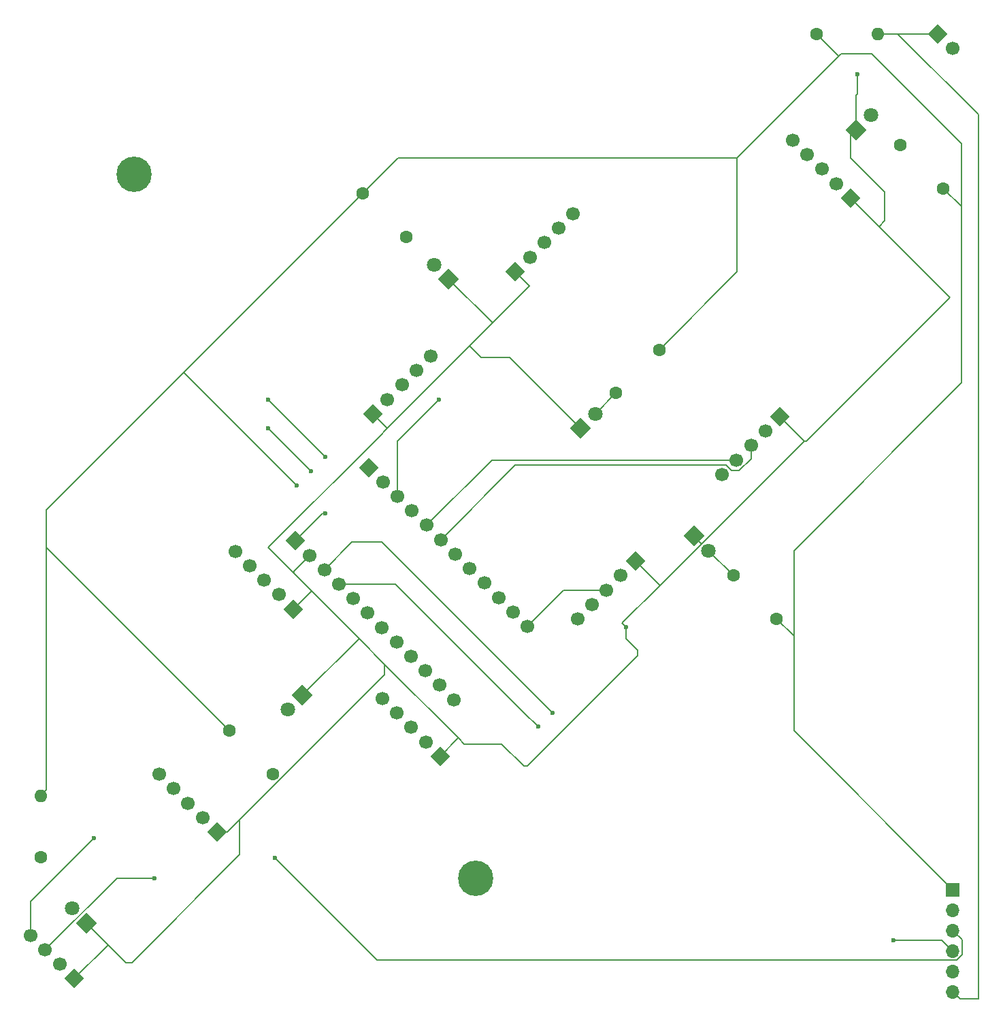
<source format=gbr>
%TF.GenerationSoftware,KiCad,Pcbnew,8.0.1*%
%TF.CreationDate,2024-04-24T16:38:57-04:00*%
%TF.ProjectId,RGBsensorBoard,52474273-656e-4736-9f72-426f6172642e,rev?*%
%TF.SameCoordinates,Original*%
%TF.FileFunction,Copper,L2,Bot*%
%TF.FilePolarity,Positive*%
%FSLAX46Y46*%
G04 Gerber Fmt 4.6, Leading zero omitted, Abs format (unit mm)*
G04 Created by KiCad (PCBNEW 8.0.1) date 2024-04-24 16:38:57*
%MOMM*%
%LPD*%
G01*
G04 APERTURE LIST*
G04 Aperture macros list*
%AMHorizOval*
0 Thick line with rounded ends*
0 $1 width*
0 $2 $3 position (X,Y) of the first rounded end (center of the circle)*
0 $4 $5 position (X,Y) of the second rounded end (center of the circle)*
0 Add line between two ends*
20,1,$1,$2,$3,$4,$5,0*
0 Add two circle primitives to create the rounded ends*
1,1,$1,$2,$3*
1,1,$1,$4,$5*%
%AMRotRect*
0 Rectangle, with rotation*
0 The origin of the aperture is its center*
0 $1 length*
0 $2 width*
0 $3 Rotation angle, in degrees counterclockwise*
0 Add horizontal line*
21,1,$1,$2,0,0,$3*%
G04 Aperture macros list end*
%TA.AperFunction,Conductor*%
%ADD10C,0.200000*%
%TD*%
%TA.AperFunction,ComponentPad*%
%ADD11RotRect,1.700000X1.700000X45.000000*%
%TD*%
%TA.AperFunction,ComponentPad*%
%ADD12HorizOval,1.700000X0.000000X0.000000X0.000000X0.000000X0*%
%TD*%
%TA.AperFunction,ComponentPad*%
%ADD13R,1.700000X1.700000*%
%TD*%
%TA.AperFunction,ComponentPad*%
%ADD14O,1.700000X1.700000*%
%TD*%
%TA.AperFunction,ComponentPad*%
%ADD15C,1.600000*%
%TD*%
%TA.AperFunction,ComponentPad*%
%ADD16O,1.600000X1.600000*%
%TD*%
%TA.AperFunction,ComponentPad*%
%ADD17HorizOval,1.700000X0.000000X0.000000X0.000000X0.000000X0*%
%TD*%
%TA.AperFunction,ComponentPad*%
%ADD18RotRect,1.700000X1.700000X225.000000*%
%TD*%
%TA.AperFunction,ComponentPad*%
%ADD19C,4.400000*%
%TD*%
%TA.AperFunction,ComponentPad*%
%ADD20HorizOval,1.600000X0.000000X0.000000X0.000000X0.000000X0*%
%TD*%
%TA.AperFunction,ComponentPad*%
%ADD21HorizOval,1.600000X0.000000X0.000000X0.000000X0.000000X0*%
%TD*%
%TA.AperFunction,ComponentPad*%
%ADD22HorizOval,1.700000X0.000000X0.000000X0.000000X0.000000X0*%
%TD*%
%TA.AperFunction,ComponentPad*%
%ADD23RotRect,1.700000X1.700000X315.000000*%
%TD*%
%TA.AperFunction,ComponentPad*%
%ADD24RotRect,1.700000X1.700000X135.000000*%
%TD*%
%TA.AperFunction,ComponentPad*%
%ADD25HorizOval,1.700000X0.000000X0.000000X0.000000X0.000000X0*%
%TD*%
%TA.AperFunction,ComponentPad*%
%ADD26RotRect,1.800000X1.800000X45.000000*%
%TD*%
%TA.AperFunction,ComponentPad*%
%ADD27C,1.800000*%
%TD*%
%TA.AperFunction,ComponentPad*%
%ADD28RotRect,1.800000X1.800000X135.000000*%
%TD*%
%TA.AperFunction,ComponentPad*%
%ADD29RotRect,1.800000X1.800000X315.000000*%
%TD*%
%TA.AperFunction,ComponentPad*%
%ADD30RotRect,1.800000X1.800000X225.000000*%
%TD*%
%TA.AperFunction,ViaPad*%
%ADD31C,0.600000*%
%TD*%
G04 APERTURE END LIST*
D10*
%TO.N,/VIN 5V*%
X137500000Y-117500000D02*
X137500000Y-137500000D01*
%TD*%
D11*
%TO.P,C3,1,Pin_1*%
%TO.N,/GND*%
X25000000Y-135000000D03*
D12*
%TO.P,C3,2,Pin_2*%
%TO.N,/VIN 5V*%
X23203949Y-133203949D03*
%TO.P,C3,3,Pin_3*%
%TO.N,/SCL*%
X21407898Y-131407898D03*
%TO.P,C3,4,Pin_4*%
%TO.N,/SDA*%
X19611846Y-129611846D03*
%TD*%
D13*
%TO.P,J11,1,Pin_1*%
%TO.N,/VIN 5V*%
X134356656Y-123918482D03*
D14*
%TO.P,J11,2,Pin_2*%
%TO.N,3.3*%
X134356656Y-126458482D03*
%TO.P,J11,3,Pin_3*%
%TO.N,/SDA*%
X134356656Y-128998482D03*
%TO.P,J11,4,Pin_4*%
%TO.N,/SCL*%
X134356656Y-131538482D03*
%TO.P,J11,5,Pin_5*%
%TO.N,/GND*%
X134356656Y-134078482D03*
%TO.P,J11,6*%
%TO.N,/VIN 5V*%
X134356656Y-136618482D03*
%TD*%
D15*
%TO.P,R6,1*%
%TO.N,/VIN 5V*%
X117380000Y-17500000D03*
D16*
%TO.P,R6,2*%
X125000000Y-17500000D03*
%TD*%
D17*
%TO.P,C1,2,Pin_2*%
%TO.N,/GND*%
X134296051Y-19296051D03*
D18*
%TO.P,C1,1,Pin_1*%
%TO.N,/VIN 5V*%
X132500000Y-17500000D03*
%TD*%
D19*
%TO.P,hole2,1*%
%TO.N,N/C*%
X32500000Y-35000000D03*
%TD*%
%TO.P,hole,1*%
%TO.N,N/C*%
X75000000Y-122500000D03*
%TD*%
D15*
%TO.P,R6,1*%
%TO.N,/VIN 5V*%
X92418153Y-62172794D03*
D20*
%TO.P,R6,2*%
X97806307Y-56784640D03*
%TD*%
D15*
%TO.P,R5,1*%
%TO.N,/VIN 5V*%
X20866018Y-119857260D03*
D16*
%TO.P,R5,2*%
X20866018Y-112237260D03*
%TD*%
D15*
%TO.P,R4,1*%
%TO.N,/VIN 5V*%
X60951901Y-37339204D03*
D21*
%TO.P,R4,2*%
X66340055Y-42727358D03*
%TD*%
D15*
%TO.P,R3,1*%
%TO.N,/VIN 5V*%
X107048192Y-84849708D03*
D21*
%TO.P,R3,2*%
X112436346Y-90237862D03*
%TD*%
D15*
%TO.P,R2,1*%
%TO.N,/VIN 5V*%
X127773492Y-31328796D03*
D21*
%TO.P,R2,2*%
X133161646Y-36716950D03*
%TD*%
D15*
%TO.P,R1,1*%
%TO.N,/VIN 5V*%
X44334892Y-104160794D03*
D21*
%TO.P,R1,2*%
X49723046Y-109548948D03*
%TD*%
D12*
%TO.P,J10,12,Pin_12*%
%TO.N,SC1*%
X72300965Y-100307062D03*
%TO.P,J10,11,Pin_11*%
%TO.N,/SD1*%
X70504914Y-98511011D03*
%TO.P,J10,10,Pin_10*%
%TO.N,/SC0*%
X68708863Y-96714960D03*
%TO.P,J10,9,Pin_9*%
%TO.N,/SD0*%
X66912812Y-94918909D03*
%TO.P,J10,8,Pin_8*%
%TO.N,/A2*%
X65116761Y-93122858D03*
%TO.P,J10,7,Pin_7*%
%TO.N,/A1*%
X63320709Y-91326806D03*
%TO.P,J10,6,Pin_6*%
%TO.N,/A0*%
X61524658Y-89530755D03*
%TO.P,J10,5,Pin_5*%
%TO.N,/RST*%
X59728607Y-87734704D03*
%TO.P,J10,4,Pin_4*%
%TO.N,/SCL*%
X57932556Y-85938653D03*
%TO.P,J10,3,Pin_3*%
%TO.N,/SDA*%
X56136504Y-84142601D03*
%TO.P,J10,2,Pin_2*%
%TO.N,/GND*%
X54340453Y-82346550D03*
D11*
%TO.P,J10,1,Pin_1*%
%TO.N,/VIN 5V*%
X52544402Y-80550499D03*
%TD*%
%TO.P,J9,1,Pin_1*%
%TO.N,/SC7*%
X61666079Y-71428821D03*
D12*
%TO.P,J9,2,Pin_2*%
%TO.N,/SD7*%
X63462130Y-73224872D03*
%TO.P,J9,3,Pin_3*%
%TO.N,/SC6*%
X65258181Y-75020923D03*
%TO.P,J9,4,Pin_4*%
%TO.N,/SD6*%
X67054233Y-76816975D03*
%TO.P,J9,5,Pin_5*%
%TO.N,/SC5*%
X68850284Y-78613026D03*
%TO.P,J9,6,Pin_6*%
%TO.N,/SD5*%
X70646335Y-80409077D03*
%TO.P,J9,7,Pin_7*%
%TO.N,/SC4*%
X72442386Y-82205128D03*
%TO.P,J9,8,Pin_8*%
%TO.N,/SD4*%
X74238438Y-84001180D03*
%TO.P,J9,9,Pin_9*%
%TO.N,/SC3*%
X76034489Y-85797231D03*
%TO.P,J9,10,Pin_10*%
%TO.N,/SD3*%
X77830540Y-87593282D03*
%TO.P,J9,11,Pin_11*%
%TO.N,/SC2*%
X79626591Y-89389333D03*
%TO.P,J9,12,Pin_12*%
%TO.N,/SD2*%
X81422642Y-91185384D03*
%TD*%
D17*
%TO.P,J8,5,Pin_5*%
%TO.N,unconnected-(J8-Pin_5-Pad5)*%
X35602123Y-109570161D03*
%TO.P,J8,4,Pin_4*%
%TO.N,/SC4*%
X37398174Y-111366212D03*
%TO.P,J8,3,Pin_3*%
%TO.N,/SD4*%
X39194226Y-113162264D03*
%TO.P,J8,2,Pin_2*%
%TO.N,3.3*%
X40990277Y-114958315D03*
D11*
%TO.P,J8,1,Pin_1*%
%TO.N,/GND*%
X42786328Y-116754366D03*
%TD*%
D17*
%TO.P,J7,5,Pin_5*%
%TO.N,unconnected-(J7-Pin_5-Pad5)*%
X114444529Y-30727755D03*
%TO.P,J7,4,Pin_4*%
%TO.N,/SC3*%
X116240580Y-32523806D03*
%TO.P,J7,3,Pin_3*%
%TO.N,/SD3*%
X118036632Y-34319858D03*
%TO.P,J7,2,Pin_2*%
%TO.N,3.3*%
X119832683Y-36115909D03*
D18*
%TO.P,J7,1,Pin_1*%
%TO.N,/GND*%
X121628734Y-37911960D03*
%TD*%
%TO.P,J6,1,Pin_1*%
%TO.N,/GND*%
X70561482Y-107335704D03*
D17*
%TO.P,J6,2,Pin_2*%
%TO.N,3.3*%
X68765431Y-105539653D03*
%TO.P,J6,3,Pin_3*%
%TO.N,/SD1*%
X66969380Y-103743602D03*
%TO.P,J6,4,Pin_4*%
%TO.N,SC1*%
X65173328Y-101947550D03*
%TO.P,J6,5,Pin_5*%
%TO.N,unconnected-(J6-Pin_5-Pad5)*%
X63377277Y-100151499D03*
%TD*%
D18*
%TO.P,J5,1,Pin_1*%
%TO.N,/GND*%
X52261559Y-89035780D03*
D17*
%TO.P,J5,2,Pin_2*%
%TO.N,3.3*%
X50465508Y-87239729D03*
%TO.P,J5,3,Pin_3*%
%TO.N,/SD0*%
X48669457Y-85443678D03*
%TO.P,J5,4,Pin_4*%
%TO.N,/SC0*%
X46873405Y-83647626D03*
%TO.P,J5,5,Pin_5*%
%TO.N,unconnected-(J5-Pin_5-Pad5)*%
X45077354Y-81851575D03*
%TD*%
D22*
%TO.P,J4,5,Pin_5*%
%TO.N,unconnected-(J4-Pin_5-Pad5)*%
X87659324Y-90266146D03*
%TO.P,J4,4,Pin_4*%
%TO.N,/SC2*%
X89455375Y-88470095D03*
%TO.P,J4,3,Pin_3*%
%TO.N,/SD2*%
X91251427Y-86674043D03*
%TO.P,J4,2,Pin_2*%
%TO.N,3.3*%
X93047478Y-84877992D03*
D23*
%TO.P,J4,1,Pin_1*%
%TO.N,/GND*%
X94843529Y-83081941D03*
%TD*%
D24*
%TO.P,J3,1,Pin_1*%
%TO.N,/GND*%
X62210551Y-64760805D03*
D25*
%TO.P,J3,2,Pin_2*%
%TO.N,3.3*%
X64006602Y-62964754D03*
%TO.P,J3,3,Pin_3*%
%TO.N,/SD6*%
X65802653Y-61168703D03*
%TO.P,J3,4,Pin_4*%
%TO.N,/SC6*%
X67598705Y-59372651D03*
%TO.P,J3,5,Pin_5*%
%TO.N,unconnected-(J3-Pin_5-Pad5)*%
X69394756Y-57576600D03*
%TD*%
%TO.P,J2,5,Pin_5*%
%TO.N,unconnected-(J2-Pin_5-Pad5)*%
X87100710Y-39870646D03*
%TO.P,J2,4,Pin_4*%
%TO.N,/SC7*%
X85304659Y-41666697D03*
%TO.P,J2,3,Pin_3*%
%TO.N,/SD7*%
X83508607Y-43462749D03*
%TO.P,J2,2,Pin_2*%
%TO.N,3.3*%
X81712556Y-45258800D03*
D24*
%TO.P,J2,1,Pin_1*%
%TO.N,/GND*%
X79916505Y-47054851D03*
%TD*%
D23*
%TO.P,J1,1,Pin_1*%
%TO.N,/GND*%
X112818184Y-65107287D03*
D22*
%TO.P,J1,2,Pin_2*%
%TO.N,3.3*%
X111022133Y-66903338D03*
%TO.P,J1,3,Pin_3*%
%TO.N,/SD5*%
X109226082Y-68699389D03*
%TO.P,J1,4,Pin_4*%
%TO.N,/SC5*%
X107430030Y-70495441D03*
%TO.P,J1,5,Pin_5*%
%TO.N,unconnected-(J1-Pin_5-Pad5)*%
X105633979Y-72291492D03*
%TD*%
D26*
%TO.P,D6,1,K*%
%TO.N,/GND*%
X88041162Y-66549785D03*
D27*
%TO.P,D6,2,A*%
%TO.N,/VIN 5V*%
X89837213Y-64753734D03*
%TD*%
D28*
%TO.P,D5,1,K*%
%TO.N,/GND*%
X26522872Y-128068075D03*
D27*
%TO.P,D5,2,A*%
%TO.N,/VIN 5V*%
X24726821Y-126272024D03*
%TD*%
D26*
%TO.P,D4,1,K*%
%TO.N,/GND*%
X122335841Y-29426679D03*
D27*
%TO.P,D4,2,A*%
%TO.N,/VIN 5V*%
X124131892Y-27630628D03*
%TD*%
D29*
%TO.P,D3,1,K*%
%TO.N,/GND*%
X102155013Y-79956529D03*
D27*
%TO.P,D3,2,A*%
%TO.N,/VIN 5V*%
X103951064Y-81752580D03*
%TD*%
D28*
%TO.P,D2,1,K*%
%TO.N,/GND*%
X71618607Y-48005909D03*
D27*
%TO.P,D2,2,A*%
%TO.N,/VIN 5V*%
X69822556Y-46209858D03*
%TD*%
D30*
%TO.P,D1,1,K*%
%TO.N,/GND*%
X53421214Y-99755519D03*
D27*
%TO.P,D1,2,A*%
%TO.N,/VIN 5V*%
X51625163Y-101551570D03*
%TD*%
D31*
%TO.N,/SDA*%
X50000000Y-120000000D03*
X27500000Y-117500000D03*
%TO.N,/SCL*%
X35000000Y-122500000D03*
%TO.N,/GND*%
X122500000Y-22500000D03*
%TO.N,/SCL*%
X126932035Y-130189395D03*
X82737861Y-103672891D03*
%TO.N,/SDA*%
X84505628Y-101905124D03*
%TO.N,/SD4*%
X54453590Y-71853086D03*
X49150289Y-66549785D03*
%TO.N,/SC4*%
X56221357Y-70085319D03*
X49150289Y-63014251D03*
%TO.N,/VIN 5V*%
X52685823Y-73620853D03*
X56221357Y-77156386D03*
%TO.N,/SC6*%
X70363493Y-63014251D03*
%TO.N,/GND*%
X93698016Y-91298522D03*
%TD*%
D10*
%TO.N,/SDA*%
X62688482Y-132688482D02*
X50000000Y-120000000D01*
X130000000Y-132688482D02*
X62688482Y-132688482D01*
X134833002Y-132688482D02*
X130000000Y-132688482D01*
X130000000Y-132688482D02*
X129811518Y-132688482D01*
%TO.N,/SCL*%
X30315796Y-122500000D02*
X35000000Y-122500000D01*
X21407898Y-131407898D02*
X30315796Y-122500000D01*
%TO.N,/SDA*%
X19611846Y-125388154D02*
X27500000Y-117500000D01*
X19611846Y-129611846D02*
X19611846Y-125388154D01*
%TO.N,/GND*%
X31472620Y-133017822D02*
X29227399Y-130772601D01*
X29227399Y-130772601D02*
X26522872Y-128068075D01*
X25000000Y-135000000D02*
X29227399Y-130772601D01*
%TO.N,/SDA*%
X135506656Y-132014828D02*
X134833002Y-132688482D01*
X135506656Y-130148482D02*
X135506656Y-132014828D01*
X134356656Y-128998482D02*
X135506656Y-130148482D01*
%TO.N,/VIN 5V*%
X134356656Y-136618482D02*
X135238174Y-137500000D01*
X135238174Y-137500000D02*
X137500000Y-137500000D01*
X120224406Y-20224406D02*
X120448812Y-20000000D01*
X124222870Y-20000000D02*
X135417316Y-31194446D01*
X120448812Y-20000000D02*
X124222870Y-20000000D01*
X135417316Y-31194446D02*
X135417316Y-38972620D01*
X107486599Y-32962213D02*
X120224406Y-20224406D01*
X120224406Y-20224406D02*
X120104406Y-20224406D01*
X120104406Y-20224406D02*
X117380000Y-17500000D01*
%TO.N,/GND*%
X122500000Y-25000000D02*
X122500000Y-22500000D01*
X122335841Y-25164159D02*
X122500000Y-25000000D01*
X122335841Y-29426679D02*
X122335841Y-25164159D01*
%TO.N,/VIN 5V*%
X137500000Y-27500000D02*
X137500000Y-117500000D01*
X127500000Y-17500000D02*
X137500000Y-27500000D01*
X125000000Y-17500000D02*
X127500000Y-17500000D01*
X127500000Y-17500000D02*
X132500000Y-17500000D01*
%TO.N,/GND*%
X74252580Y-56296736D02*
X63999532Y-66549785D01*
X77081007Y-53468309D02*
X74252580Y-56296736D01*
X79202327Y-57710950D02*
X88041162Y-66549785D01*
X74252580Y-56296736D02*
X75666793Y-57710950D01*
X75666793Y-57710950D02*
X79202327Y-57710950D01*
%TO.N,/VIN 5V*%
X92418153Y-62172794D02*
X89837213Y-64753733D01*
X107486599Y-32962213D02*
X107486599Y-47104348D01*
X107486599Y-47104348D02*
X97806307Y-56784640D01*
%TO.N,/SCL*%
X126932035Y-130189395D02*
X133007569Y-130189395D01*
X133007569Y-130189395D02*
X134356656Y-131538483D01*
X80970094Y-101905124D02*
X82737861Y-103672891D01*
X79202327Y-100137357D02*
X80970094Y-101905124D01*
%TO.N,/SDA*%
X80970094Y-98369590D02*
X84505628Y-101905124D01*
%TO.N,/GND*%
X93698016Y-91298522D02*
X93698016Y-92712736D01*
X73545473Y-105794211D02*
X72838366Y-105087104D01*
X93698016Y-92712736D02*
X95112230Y-94126949D01*
X95112230Y-94126949D02*
X95112230Y-94834056D01*
X80970094Y-108551927D02*
X78212378Y-105794211D01*
X95112230Y-94834056D02*
X81394358Y-108551927D01*
X81394358Y-108551927D02*
X80970094Y-108551927D01*
X78212378Y-105794211D02*
X73545473Y-105794211D01*
%TO.N,/SDA*%
X63292425Y-80691920D02*
X80970094Y-98369590D01*
X59756891Y-80691920D02*
X63292425Y-80691920D01*
%TO.N,/SCL*%
X65003623Y-85938653D02*
X79202327Y-100137357D01*
X57932555Y-85938653D02*
X65003623Y-85938653D01*
%TO.N,/SDA*%
X59587185Y-80691920D02*
X59756891Y-80691920D01*
X56136504Y-84142601D02*
X59587185Y-80691920D01*
%TO.N,/SD5*%
X109226081Y-68699389D02*
X109226081Y-70325735D01*
X107736670Y-71815146D02*
X106783979Y-71815146D01*
X109226081Y-70325735D02*
X107736670Y-71815146D01*
X106783979Y-71815146D02*
X106110324Y-71141491D01*
X106110324Y-71141491D02*
X79913921Y-71141491D01*
X79913921Y-71141491D02*
X70646335Y-80409078D01*
%TO.N,/SC5*%
X68850284Y-78613026D02*
X76967870Y-70495441D01*
X76967870Y-70495441D02*
X107430030Y-70495441D01*
%TO.N,/SD4*%
X50918056Y-68317552D02*
X54453590Y-71853086D01*
X49150289Y-66549785D02*
X50918056Y-68317552D01*
%TO.N,/SC4*%
X49150289Y-63014251D02*
X56221357Y-70085319D01*
%TO.N,/VIN 5V*%
X60951901Y-37339204D02*
X38678038Y-59613067D01*
X38678038Y-59613067D02*
X21573125Y-76717980D01*
X52685823Y-73620853D02*
X38678038Y-59613067D01*
X55938514Y-77156386D02*
X56221357Y-77156386D01*
X52544402Y-80550499D02*
X55938514Y-77156386D01*
%TO.N,/GND*%
X49150289Y-81399027D02*
X52332270Y-84581008D01*
X52332270Y-84581008D02*
X54453590Y-86702328D01*
X54340453Y-82346550D02*
X52332270Y-84354733D01*
X52332270Y-84354733D02*
X52332270Y-84581008D01*
%TO.N,/SD2*%
X91251427Y-86674044D02*
X85933984Y-86674044D01*
X85933984Y-86674044D02*
X81422643Y-91185385D01*
%TO.N,/SC6*%
X70363493Y-63014251D02*
X65258182Y-68119562D01*
X65258182Y-68119562D02*
X65258182Y-75020924D01*
%TO.N,/GND*%
X46965329Y-113862299D02*
X45614755Y-115212873D01*
X45614755Y-115212873D02*
X45614755Y-119582793D01*
X45614755Y-119582793D02*
X32179726Y-133017822D01*
X32179726Y-133017822D02*
X31472620Y-133017822D01*
X46965329Y-113862299D02*
X44073262Y-116754366D01*
X63645978Y-97181650D02*
X46965329Y-113862299D01*
%TO.N,/VIN 5V*%
X21573125Y-81399027D02*
X21573125Y-111530152D01*
X21573125Y-111530152D02*
X20866018Y-112237259D01*
%TO.N,/GND*%
X63645978Y-95894716D02*
X72838366Y-105087104D01*
X60463998Y-92712736D02*
X63645978Y-95894716D01*
X63645978Y-95894716D02*
X63645978Y-97181650D01*
X44073262Y-116754366D02*
X42786328Y-116754366D01*
X54453590Y-86702328D02*
X60463998Y-92712736D01*
X53421214Y-99755519D02*
X60463998Y-92712736D01*
%TO.N,/VIN 5V*%
X21573125Y-76717980D02*
X21573125Y-81399027D01*
X21573125Y-81399027D02*
X44334892Y-104160794D01*
X65328892Y-32962213D02*
X60951901Y-37339204D01*
X107486599Y-32962213D02*
X65328892Y-32962213D01*
%TO.N,/GND*%
X115830459Y-68176130D02*
X103102537Y-80904052D01*
X103102537Y-80904052D02*
X97799236Y-86207353D01*
X102155013Y-79956529D02*
X103102537Y-80904052D01*
%TO.N,/VIN 5V*%
X114557666Y-81752580D02*
X114557666Y-92359182D01*
X114557666Y-92359182D02*
X114557666Y-104119492D01*
X112436346Y-90237862D02*
X114557666Y-92359182D01*
X135417316Y-38972620D02*
X135417316Y-60892930D01*
X135417316Y-60892930D02*
X114557666Y-81752580D01*
X114557666Y-104119492D02*
X134356656Y-123918482D01*
X107048192Y-84849708D02*
X103951065Y-81752580D01*
%TO.N,/GND*%
X125164268Y-41447494D02*
X134003103Y-50286329D01*
X121628734Y-32962213D02*
X121628734Y-30133785D01*
X121628734Y-37911960D02*
X125164268Y-41447494D01*
X125164268Y-41447494D02*
X125871375Y-40740387D01*
X125871375Y-40740387D02*
X125871375Y-37204853D01*
X125871375Y-37204853D02*
X121628734Y-32962213D01*
X121628734Y-30133785D02*
X122335841Y-29426679D01*
X81677201Y-48872115D02*
X77081007Y-53468309D01*
X71618607Y-48005909D02*
X77081007Y-53468309D01*
%TO.N,/VIN 5V*%
X133161646Y-36716950D02*
X135417316Y-38972620D01*
%TO.N,/GND*%
X134003103Y-50286329D02*
X116113301Y-68176130D01*
X116113301Y-68176130D02*
X115830459Y-68176130D01*
X97799236Y-86207353D02*
X93203042Y-90803547D01*
X93203042Y-90803547D02*
X93698016Y-91298522D01*
X94843529Y-83081941D02*
X97799236Y-86037648D01*
X97799236Y-86037648D02*
X97799236Y-86207353D01*
X112818184Y-65107287D02*
X115830459Y-68119562D01*
X115830459Y-68119562D02*
X115830459Y-68176130D01*
X70561482Y-107335704D02*
X72810082Y-105087104D01*
X72810082Y-105087104D02*
X72838366Y-105087104D01*
X52261559Y-89035780D02*
X54453590Y-86843749D01*
X54453590Y-86843749D02*
X54453590Y-86702328D01*
X62938871Y-67610445D02*
X49150289Y-81399027D01*
X63999532Y-66549785D02*
X62938871Y-67610445D01*
X62210551Y-64760805D02*
X63999532Y-66549785D01*
X81677201Y-48815547D02*
X81677201Y-48872115D01*
X79916505Y-47054851D02*
X81677201Y-48815547D01*
%TD*%
M02*

</source>
